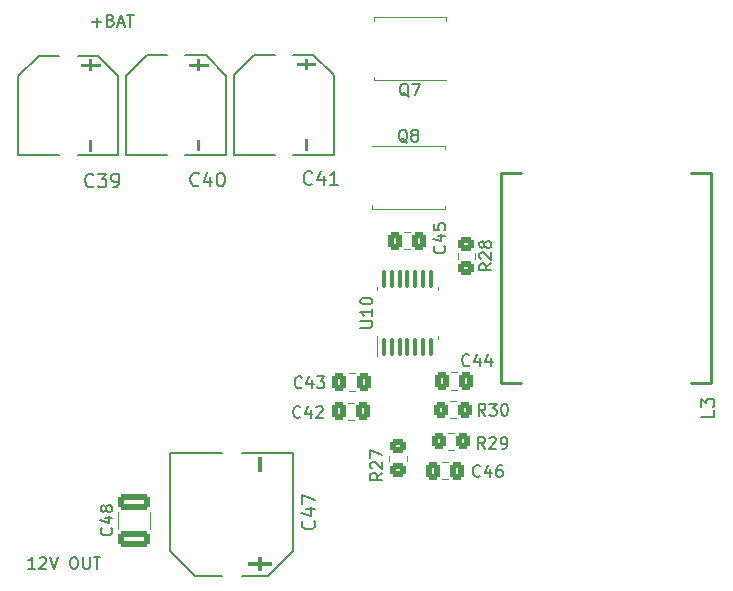
<source format=gto>
G04 #@! TF.GenerationSoftware,KiCad,Pcbnew,(6.0.9)*
G04 #@! TF.CreationDate,2023-05-15T12:17:08+03:00*
G04 #@! TF.ProjectId,mainboard,6d61696e-626f-4617-9264-2e6b69636164,rev?*
G04 #@! TF.SameCoordinates,Original*
G04 #@! TF.FileFunction,Legend,Top*
G04 #@! TF.FilePolarity,Positive*
%FSLAX46Y46*%
G04 Gerber Fmt 4.6, Leading zero omitted, Abs format (unit mm)*
G04 Created by KiCad (PCBNEW (6.0.9)) date 2023-05-15 12:17:08*
%MOMM*%
%LPD*%
G01*
G04 APERTURE LIST*
G04 Aperture macros list*
%AMRoundRect*
0 Rectangle with rounded corners*
0 $1 Rounding radius*
0 $2 $3 $4 $5 $6 $7 $8 $9 X,Y pos of 4 corners*
0 Add a 4 corners polygon primitive as box body*
4,1,4,$2,$3,$4,$5,$6,$7,$8,$9,$2,$3,0*
0 Add four circle primitives for the rounded corners*
1,1,$1+$1,$2,$3*
1,1,$1+$1,$4,$5*
1,1,$1+$1,$6,$7*
1,1,$1+$1,$8,$9*
0 Add four rect primitives between the rounded corners*
20,1,$1+$1,$2,$3,$4,$5,0*
20,1,$1+$1,$4,$5,$6,$7,0*
20,1,$1+$1,$6,$7,$8,$9,0*
20,1,$1+$1,$8,$9,$2,$3,0*%
%AMFreePoly0*
4,1,17,2.675000,1.605000,1.875000,1.605000,1.875000,0.935000,2.675000,0.935000,2.675000,0.335000,1.875000,0.335000,1.875000,-0.335000,2.675000,-0.335000,2.675000,-0.935000,1.875000,-0.935000,1.875000,-1.605000,2.675000,-1.605000,2.675000,-2.205000,-1.875000,-2.205000,-1.875000,2.205000,2.675000,2.205000,2.675000,1.605000,2.675000,1.605000,$1*%
G04 Aperture macros list end*
%ADD10C,0.150000*%
%ADD11C,0.152000*%
%ADD12C,0.120000*%
%ADD13C,0.254000*%
%ADD14RoundRect,0.250000X0.337500X0.475000X-0.337500X0.475000X-0.337500X-0.475000X0.337500X-0.475000X0*%
%ADD15RoundRect,0.250000X1.100000X-0.412500X1.100000X0.412500X-1.100000X0.412500X-1.100000X-0.412500X0*%
%ADD16R,1.260000X3.610000*%
%ADD17R,1.650000X4.500000*%
%ADD18RoundRect,0.250000X-0.337500X-0.475000X0.337500X-0.475000X0.337500X0.475000X-0.337500X0.475000X0*%
%ADD19RoundRect,0.250000X-0.450000X0.350000X-0.450000X-0.350000X0.450000X-0.350000X0.450000X0.350000X0*%
%ADD20R,3.100000X3.000000*%
%ADD21RoundRect,0.100000X0.100000X-0.687500X0.100000X0.687500X-0.100000X0.687500X-0.100000X-0.687500X0*%
%ADD22FreePoly0,180.000000*%
%ADD23R,0.850000X0.500000*%
%ADD24FreePoly0,0.000000*%
%ADD25RoundRect,0.250000X-0.350000X-0.450000X0.350000X-0.450000X0.350000X0.450000X-0.350000X0.450000X0*%
%ADD26RoundRect,0.250000X0.350000X0.450000X-0.350000X0.450000X-0.350000X-0.450000X0.350000X-0.450000X0*%
%ADD27R,14.000000X5.000000*%
G04 APERTURE END LIST*
D10*
X20019970Y-159926486D02*
X19448542Y-159926486D01*
X19734256Y-159926486D02*
X19734256Y-158926486D01*
X19639018Y-159069344D01*
X19543780Y-159164582D01*
X19448542Y-159212201D01*
X20400922Y-159021725D02*
X20448542Y-158974106D01*
X20543780Y-158926486D01*
X20781875Y-158926486D01*
X20877113Y-158974106D01*
X20924732Y-159021725D01*
X20972351Y-159116963D01*
X20972351Y-159212201D01*
X20924732Y-159355058D01*
X20353303Y-159926486D01*
X20972351Y-159926486D01*
X21258065Y-158926486D02*
X21591399Y-159926486D01*
X21924732Y-158926486D01*
X23210446Y-158926486D02*
X23400922Y-158926486D01*
X23496161Y-158974106D01*
X23591399Y-159069344D01*
X23639018Y-159259820D01*
X23639018Y-159593153D01*
X23591399Y-159783629D01*
X23496161Y-159878867D01*
X23400922Y-159926486D01*
X23210446Y-159926486D01*
X23115208Y-159878867D01*
X23019970Y-159783629D01*
X22972351Y-159593153D01*
X22972351Y-159259820D01*
X23019970Y-159069344D01*
X23115208Y-158974106D01*
X23210446Y-158926486D01*
X24067589Y-158926486D02*
X24067589Y-159736010D01*
X24115208Y-159831248D01*
X24162827Y-159878867D01*
X24258065Y-159926486D01*
X24448542Y-159926486D01*
X24543780Y-159878867D01*
X24591399Y-159831248D01*
X24639018Y-159736010D01*
X24639018Y-158926486D01*
X24972351Y-158926486D02*
X25543780Y-158926486D01*
X25258065Y-159926486D02*
X25258065Y-158926486D01*
X24848065Y-113635534D02*
X25609970Y-113635534D01*
X25229018Y-114016486D02*
X25229018Y-113254582D01*
X26419494Y-113492677D02*
X26562351Y-113540296D01*
X26609970Y-113587915D01*
X26657589Y-113683153D01*
X26657589Y-113826010D01*
X26609970Y-113921248D01*
X26562351Y-113968867D01*
X26467113Y-114016486D01*
X26086161Y-114016486D01*
X26086161Y-113016486D01*
X26419494Y-113016486D01*
X26514732Y-113064106D01*
X26562351Y-113111725D01*
X26609970Y-113206963D01*
X26609970Y-113302201D01*
X26562351Y-113397439D01*
X26514732Y-113445058D01*
X26419494Y-113492677D01*
X26086161Y-113492677D01*
X27038542Y-113730772D02*
X27514732Y-113730772D01*
X26943303Y-114016486D02*
X27276637Y-113016486D01*
X27609970Y-114016486D01*
X27800446Y-113016486D02*
X28371875Y-113016486D01*
X28086161Y-114016486D02*
X28086161Y-113016486D01*
X42605684Y-144551248D02*
X42558065Y-144598867D01*
X42415208Y-144646486D01*
X42319970Y-144646486D01*
X42177113Y-144598867D01*
X42081875Y-144503629D01*
X42034256Y-144408391D01*
X41986637Y-144217915D01*
X41986637Y-144075058D01*
X42034256Y-143884582D01*
X42081875Y-143789344D01*
X42177113Y-143694106D01*
X42319970Y-143646486D01*
X42415208Y-143646486D01*
X42558065Y-143694106D01*
X42605684Y-143741725D01*
X43462827Y-143979820D02*
X43462827Y-144646486D01*
X43224732Y-143598867D02*
X42986637Y-144313153D01*
X43605684Y-144313153D01*
X43891399Y-143646486D02*
X44510446Y-143646486D01*
X44177113Y-144027439D01*
X44319970Y-144027439D01*
X44415208Y-144075058D01*
X44462827Y-144122677D01*
X44510446Y-144217915D01*
X44510446Y-144456010D01*
X44462827Y-144551248D01*
X44415208Y-144598867D01*
X44319970Y-144646486D01*
X44034256Y-144646486D01*
X43939018Y-144598867D01*
X43891399Y-144551248D01*
X26465684Y-156455357D02*
X26513303Y-156502976D01*
X26560922Y-156645833D01*
X26560922Y-156741071D01*
X26513303Y-156883928D01*
X26418065Y-156979166D01*
X26322827Y-157026785D01*
X26132351Y-157074404D01*
X25989494Y-157074404D01*
X25799018Y-157026785D01*
X25703780Y-156979166D01*
X25608542Y-156883928D01*
X25560922Y-156741071D01*
X25560922Y-156645833D01*
X25608542Y-156502976D01*
X25656161Y-156455357D01*
X25894256Y-155598214D02*
X26560922Y-155598214D01*
X25513303Y-155836309D02*
X26227589Y-156074404D01*
X26227589Y-155455357D01*
X25989494Y-154931547D02*
X25941875Y-155026785D01*
X25894256Y-155074404D01*
X25799018Y-155122023D01*
X25751399Y-155122023D01*
X25656161Y-155074404D01*
X25608542Y-155026785D01*
X25560922Y-154931547D01*
X25560922Y-154741071D01*
X25608542Y-154645833D01*
X25656161Y-154598214D01*
X25751399Y-154550595D01*
X25799018Y-154550595D01*
X25894256Y-154598214D01*
X25941875Y-154645833D01*
X25989494Y-154741071D01*
X25989494Y-154931547D01*
X26037113Y-155026785D01*
X26084732Y-155074404D01*
X26179970Y-155122023D01*
X26370446Y-155122023D01*
X26465684Y-155074404D01*
X26513303Y-155026785D01*
X26560922Y-154931547D01*
X26560922Y-154741071D01*
X26513303Y-154645833D01*
X26465684Y-154598214D01*
X26370446Y-154550595D01*
X26179970Y-154550595D01*
X26084732Y-154598214D01*
X26037113Y-154645833D01*
X25989494Y-154741071D01*
D11*
X43472627Y-127322320D02*
X43418199Y-127376748D01*
X43254913Y-127431177D01*
X43146056Y-127431177D01*
X42982770Y-127376748D01*
X42873913Y-127267891D01*
X42819484Y-127159034D01*
X42765056Y-126941320D01*
X42765056Y-126778034D01*
X42819484Y-126560320D01*
X42873913Y-126451463D01*
X42982770Y-126342606D01*
X43146056Y-126288177D01*
X43254913Y-126288177D01*
X43418199Y-126342606D01*
X43472627Y-126397034D01*
X44452342Y-126669177D02*
X44452342Y-127431177D01*
X44180199Y-126233748D02*
X43908056Y-127050177D01*
X44615627Y-127050177D01*
X45649770Y-127431177D02*
X44996627Y-127431177D01*
X45323199Y-127431177D02*
X45323199Y-126288177D01*
X45214342Y-126451463D01*
X45105484Y-126560320D01*
X44996627Y-126614748D01*
X43626756Y-155880020D02*
X43681184Y-155934448D01*
X43735613Y-156097734D01*
X43735613Y-156206591D01*
X43681184Y-156369877D01*
X43572327Y-156478734D01*
X43463470Y-156533163D01*
X43245756Y-156587591D01*
X43082470Y-156587591D01*
X42864756Y-156533163D01*
X42755899Y-156478734D01*
X42647042Y-156369877D01*
X42592613Y-156206591D01*
X42592613Y-156097734D01*
X42647042Y-155934448D01*
X42701470Y-155880020D01*
X42973613Y-154900306D02*
X43735613Y-154900306D01*
X42538184Y-155172448D02*
X43354613Y-155444591D01*
X43354613Y-154737020D01*
X42592613Y-154410448D02*
X42592613Y-153648448D01*
X43735613Y-154138306D01*
D10*
X54655684Y-132596963D02*
X54703303Y-132644582D01*
X54750922Y-132787439D01*
X54750922Y-132882677D01*
X54703303Y-133025534D01*
X54608065Y-133120772D01*
X54512827Y-133168391D01*
X54322351Y-133216010D01*
X54179494Y-133216010D01*
X53989018Y-133168391D01*
X53893780Y-133120772D01*
X53798542Y-133025534D01*
X53750922Y-132882677D01*
X53750922Y-132787439D01*
X53798542Y-132644582D01*
X53846161Y-132596963D01*
X54084256Y-131739820D02*
X54750922Y-131739820D01*
X53703303Y-131977915D02*
X54417589Y-132216010D01*
X54417589Y-131596963D01*
X53750922Y-130739820D02*
X53750922Y-131216010D01*
X54227113Y-131263629D01*
X54179494Y-131216010D01*
X54131875Y-131120772D01*
X54131875Y-130882677D01*
X54179494Y-130787439D01*
X54227113Y-130739820D01*
X54322351Y-130692201D01*
X54560446Y-130692201D01*
X54655684Y-130739820D01*
X54703303Y-130787439D01*
X54750922Y-130882677D01*
X54750922Y-131120772D01*
X54703303Y-131216010D01*
X54655684Y-131263629D01*
X58630922Y-134076963D02*
X58154732Y-134410296D01*
X58630922Y-134648391D02*
X57630922Y-134648391D01*
X57630922Y-134267439D01*
X57678542Y-134172201D01*
X57726161Y-134124582D01*
X57821399Y-134076963D01*
X57964256Y-134076963D01*
X58059494Y-134124582D01*
X58107113Y-134172201D01*
X58154732Y-134267439D01*
X58154732Y-134648391D01*
X57726161Y-133696010D02*
X57678542Y-133648391D01*
X57630922Y-133553153D01*
X57630922Y-133315058D01*
X57678542Y-133219820D01*
X57726161Y-133172201D01*
X57821399Y-133124582D01*
X57916637Y-133124582D01*
X58059494Y-133172201D01*
X58630922Y-133743629D01*
X58630922Y-133124582D01*
X58059494Y-132553153D02*
X58011875Y-132648391D01*
X57964256Y-132696010D01*
X57869018Y-132743629D01*
X57821399Y-132743629D01*
X57726161Y-132696010D01*
X57678542Y-132648391D01*
X57630922Y-132553153D01*
X57630922Y-132362677D01*
X57678542Y-132267439D01*
X57726161Y-132219820D01*
X57821399Y-132172201D01*
X57869018Y-132172201D01*
X57964256Y-132219820D01*
X58011875Y-132267439D01*
X58059494Y-132362677D01*
X58059494Y-132553153D01*
X58107113Y-132648391D01*
X58154732Y-132696010D01*
X58249970Y-132743629D01*
X58440446Y-132743629D01*
X58535684Y-132696010D01*
X58583303Y-132648391D01*
X58630922Y-132553153D01*
X58630922Y-132362677D01*
X58583303Y-132267439D01*
X58535684Y-132219820D01*
X58440446Y-132172201D01*
X58249970Y-132172201D01*
X58154732Y-132219820D01*
X58107113Y-132267439D01*
X58059494Y-132362677D01*
D11*
X24952627Y-127512320D02*
X24898199Y-127566748D01*
X24734913Y-127621177D01*
X24626056Y-127621177D01*
X24462770Y-127566748D01*
X24353913Y-127457891D01*
X24299484Y-127349034D01*
X24245056Y-127131320D01*
X24245056Y-126968034D01*
X24299484Y-126750320D01*
X24353913Y-126641463D01*
X24462770Y-126532606D01*
X24626056Y-126478177D01*
X24734913Y-126478177D01*
X24898199Y-126532606D01*
X24952627Y-126587034D01*
X25333627Y-126478177D02*
X26041199Y-126478177D01*
X25660199Y-126913606D01*
X25823484Y-126913606D01*
X25932342Y-126968034D01*
X25986770Y-127022463D01*
X26041199Y-127131320D01*
X26041199Y-127403463D01*
X25986770Y-127512320D01*
X25932342Y-127566748D01*
X25823484Y-127621177D01*
X25496913Y-127621177D01*
X25388056Y-127566748D01*
X25333627Y-127512320D01*
X26585484Y-127621177D02*
X26803199Y-127621177D01*
X26912056Y-127566748D01*
X26966484Y-127512320D01*
X27075342Y-127349034D01*
X27129770Y-127131320D01*
X27129770Y-126695891D01*
X27075342Y-126587034D01*
X27020913Y-126532606D01*
X26912056Y-126478177D01*
X26694342Y-126478177D01*
X26585484Y-126532606D01*
X26531056Y-126587034D01*
X26476627Y-126695891D01*
X26476627Y-126968034D01*
X26531056Y-127076891D01*
X26585484Y-127131320D01*
X26694342Y-127185748D01*
X26912056Y-127185748D01*
X27020913Y-127131320D01*
X27075342Y-127076891D01*
X27129770Y-126968034D01*
D10*
X49400922Y-151796963D02*
X48924732Y-152130296D01*
X49400922Y-152368391D02*
X48400922Y-152368391D01*
X48400922Y-151987439D01*
X48448542Y-151892201D01*
X48496161Y-151844582D01*
X48591399Y-151796963D01*
X48734256Y-151796963D01*
X48829494Y-151844582D01*
X48877113Y-151892201D01*
X48924732Y-151987439D01*
X48924732Y-152368391D01*
X48496161Y-151416010D02*
X48448542Y-151368391D01*
X48400922Y-151273153D01*
X48400922Y-151035058D01*
X48448542Y-150939820D01*
X48496161Y-150892201D01*
X48591399Y-150844582D01*
X48686637Y-150844582D01*
X48829494Y-150892201D01*
X49400922Y-151463629D01*
X49400922Y-150844582D01*
X48400922Y-150511248D02*
X48400922Y-149844582D01*
X49400922Y-150273153D01*
X47540922Y-139502201D02*
X48350446Y-139502201D01*
X48445684Y-139454582D01*
X48493303Y-139406963D01*
X48540922Y-139311725D01*
X48540922Y-139121248D01*
X48493303Y-139026010D01*
X48445684Y-138978391D01*
X48350446Y-138930772D01*
X47540922Y-138930772D01*
X48540922Y-137930772D02*
X48540922Y-138502201D01*
X48540922Y-138216486D02*
X47540922Y-138216486D01*
X47683780Y-138311725D01*
X47779018Y-138406963D01*
X47826637Y-138502201D01*
X47540922Y-137311725D02*
X47540922Y-137216486D01*
X47588542Y-137121248D01*
X47636161Y-137073629D01*
X47731399Y-137026010D01*
X47921875Y-136978391D01*
X48159970Y-136978391D01*
X48350446Y-137026010D01*
X48445684Y-137073629D01*
X48493303Y-137121248D01*
X48540922Y-137216486D01*
X48540922Y-137311725D01*
X48493303Y-137406963D01*
X48445684Y-137454582D01*
X48350446Y-137502201D01*
X48159970Y-137549820D01*
X47921875Y-137549820D01*
X47731399Y-137502201D01*
X47636161Y-137454582D01*
X47588542Y-137406963D01*
X47540922Y-137311725D01*
X56785684Y-142671248D02*
X56738065Y-142718867D01*
X56595208Y-142766486D01*
X56499970Y-142766486D01*
X56357113Y-142718867D01*
X56261875Y-142623629D01*
X56214256Y-142528391D01*
X56166637Y-142337915D01*
X56166637Y-142195058D01*
X56214256Y-142004582D01*
X56261875Y-141909344D01*
X56357113Y-141814106D01*
X56499970Y-141766486D01*
X56595208Y-141766486D01*
X56738065Y-141814106D01*
X56785684Y-141861725D01*
X57642827Y-142099820D02*
X57642827Y-142766486D01*
X57404732Y-141718867D02*
X57166637Y-142433153D01*
X57785684Y-142433153D01*
X58595208Y-142099820D02*
X58595208Y-142766486D01*
X58357113Y-141718867D02*
X58119018Y-142433153D01*
X58738065Y-142433153D01*
D11*
X33872627Y-127422320D02*
X33818199Y-127476748D01*
X33654913Y-127531177D01*
X33546056Y-127531177D01*
X33382770Y-127476748D01*
X33273913Y-127367891D01*
X33219484Y-127259034D01*
X33165056Y-127041320D01*
X33165056Y-126878034D01*
X33219484Y-126660320D01*
X33273913Y-126551463D01*
X33382770Y-126442606D01*
X33546056Y-126388177D01*
X33654913Y-126388177D01*
X33818199Y-126442606D01*
X33872627Y-126497034D01*
X34852342Y-126769177D02*
X34852342Y-127531177D01*
X34580199Y-126333748D02*
X34308056Y-127150177D01*
X35015627Y-127150177D01*
X35668770Y-126388177D02*
X35777627Y-126388177D01*
X35886484Y-126442606D01*
X35940913Y-126497034D01*
X35995342Y-126605891D01*
X36049770Y-126823606D01*
X36049770Y-127095748D01*
X35995342Y-127313463D01*
X35940913Y-127422320D01*
X35886484Y-127476748D01*
X35777627Y-127531177D01*
X35668770Y-127531177D01*
X35559913Y-127476748D01*
X35505484Y-127422320D01*
X35451056Y-127313463D01*
X35396627Y-127095748D01*
X35396627Y-126823606D01*
X35451056Y-126605891D01*
X35505484Y-126497034D01*
X35559913Y-126442606D01*
X35668770Y-126388177D01*
D10*
X51643303Y-119941725D02*
X51548065Y-119894106D01*
X51452827Y-119798867D01*
X51309970Y-119656010D01*
X51214732Y-119608391D01*
X51119494Y-119608391D01*
X51167113Y-119846486D02*
X51071875Y-119798867D01*
X50976637Y-119703629D01*
X50929018Y-119513153D01*
X50929018Y-119179820D01*
X50976637Y-118989344D01*
X51071875Y-118894106D01*
X51167113Y-118846486D01*
X51357589Y-118846486D01*
X51452827Y-118894106D01*
X51548065Y-118989344D01*
X51595684Y-119179820D01*
X51595684Y-119513153D01*
X51548065Y-119703629D01*
X51452827Y-119798867D01*
X51357589Y-119846486D01*
X51167113Y-119846486D01*
X51929018Y-118846486D02*
X52595684Y-118846486D01*
X52167113Y-119846486D01*
X51533303Y-123851725D02*
X51438065Y-123804106D01*
X51342827Y-123708867D01*
X51199970Y-123566010D01*
X51104732Y-123518391D01*
X51009494Y-123518391D01*
X51057113Y-123756486D02*
X50961875Y-123708867D01*
X50866637Y-123613629D01*
X50819018Y-123423153D01*
X50819018Y-123089820D01*
X50866637Y-122899344D01*
X50961875Y-122804106D01*
X51057113Y-122756486D01*
X51247589Y-122756486D01*
X51342827Y-122804106D01*
X51438065Y-122899344D01*
X51485684Y-123089820D01*
X51485684Y-123423153D01*
X51438065Y-123613629D01*
X51342827Y-123708867D01*
X51247589Y-123756486D01*
X51057113Y-123756486D01*
X52057113Y-123185058D02*
X51961875Y-123137439D01*
X51914256Y-123089820D01*
X51866637Y-122994582D01*
X51866637Y-122946963D01*
X51914256Y-122851725D01*
X51961875Y-122804106D01*
X52057113Y-122756486D01*
X52247589Y-122756486D01*
X52342827Y-122804106D01*
X52390446Y-122851725D01*
X52438065Y-122946963D01*
X52438065Y-122994582D01*
X52390446Y-123089820D01*
X52342827Y-123137439D01*
X52247589Y-123185058D01*
X52057113Y-123185058D01*
X51961875Y-123232677D01*
X51914256Y-123280296D01*
X51866637Y-123375534D01*
X51866637Y-123566010D01*
X51914256Y-123661248D01*
X51961875Y-123708867D01*
X52057113Y-123756486D01*
X52247589Y-123756486D01*
X52342827Y-123708867D01*
X52390446Y-123661248D01*
X52438065Y-123566010D01*
X52438065Y-123375534D01*
X52390446Y-123280296D01*
X52342827Y-123232677D01*
X52247589Y-123185058D01*
X58125684Y-146966486D02*
X57792351Y-146490296D01*
X57554256Y-146966486D02*
X57554256Y-145966486D01*
X57935208Y-145966486D01*
X58030446Y-146014106D01*
X58078065Y-146061725D01*
X58125684Y-146156963D01*
X58125684Y-146299820D01*
X58078065Y-146395058D01*
X58030446Y-146442677D01*
X57935208Y-146490296D01*
X57554256Y-146490296D01*
X58459018Y-145966486D02*
X59078065Y-145966486D01*
X58744732Y-146347439D01*
X58887589Y-146347439D01*
X58982827Y-146395058D01*
X59030446Y-146442677D01*
X59078065Y-146537915D01*
X59078065Y-146776010D01*
X59030446Y-146871248D01*
X58982827Y-146918867D01*
X58887589Y-146966486D01*
X58601875Y-146966486D01*
X58506637Y-146918867D01*
X58459018Y-146871248D01*
X59697113Y-145966486D02*
X59792351Y-145966486D01*
X59887589Y-146014106D01*
X59935208Y-146061725D01*
X59982827Y-146156963D01*
X60030446Y-146347439D01*
X60030446Y-146585534D01*
X59982827Y-146776010D01*
X59935208Y-146871248D01*
X59887589Y-146918867D01*
X59792351Y-146966486D01*
X59697113Y-146966486D01*
X59601875Y-146918867D01*
X59554256Y-146871248D01*
X59506637Y-146776010D01*
X59459018Y-146585534D01*
X59459018Y-146347439D01*
X59506637Y-146156963D01*
X59554256Y-146061725D01*
X59601875Y-146014106D01*
X59697113Y-145966486D01*
X57695684Y-152051248D02*
X57648065Y-152098867D01*
X57505208Y-152146486D01*
X57409970Y-152146486D01*
X57267113Y-152098867D01*
X57171875Y-152003629D01*
X57124256Y-151908391D01*
X57076637Y-151717915D01*
X57076637Y-151575058D01*
X57124256Y-151384582D01*
X57171875Y-151289344D01*
X57267113Y-151194106D01*
X57409970Y-151146486D01*
X57505208Y-151146486D01*
X57648065Y-151194106D01*
X57695684Y-151241725D01*
X58552827Y-151479820D02*
X58552827Y-152146486D01*
X58314732Y-151098867D02*
X58076637Y-151813153D01*
X58695684Y-151813153D01*
X59505208Y-151146486D02*
X59314732Y-151146486D01*
X59219494Y-151194106D01*
X59171875Y-151241725D01*
X59076637Y-151384582D01*
X59029018Y-151575058D01*
X59029018Y-151956010D01*
X59076637Y-152051248D01*
X59124256Y-152098867D01*
X59219494Y-152146486D01*
X59409970Y-152146486D01*
X59505208Y-152098867D01*
X59552827Y-152051248D01*
X59600446Y-151956010D01*
X59600446Y-151717915D01*
X59552827Y-151622677D01*
X59505208Y-151575058D01*
X59409970Y-151527439D01*
X59219494Y-151527439D01*
X59124256Y-151575058D01*
X59076637Y-151622677D01*
X59029018Y-151717915D01*
X42475684Y-147071248D02*
X42428065Y-147118867D01*
X42285208Y-147166486D01*
X42189970Y-147166486D01*
X42047113Y-147118867D01*
X41951875Y-147023629D01*
X41904256Y-146928391D01*
X41856637Y-146737915D01*
X41856637Y-146595058D01*
X41904256Y-146404582D01*
X41951875Y-146309344D01*
X42047113Y-146214106D01*
X42189970Y-146166486D01*
X42285208Y-146166486D01*
X42428065Y-146214106D01*
X42475684Y-146261725D01*
X43332827Y-146499820D02*
X43332827Y-147166486D01*
X43094732Y-146118867D02*
X42856637Y-146833153D01*
X43475684Y-146833153D01*
X43809018Y-146261725D02*
X43856637Y-146214106D01*
X43951875Y-146166486D01*
X44189970Y-146166486D01*
X44285208Y-146214106D01*
X44332827Y-146261725D01*
X44380446Y-146356963D01*
X44380446Y-146452201D01*
X44332827Y-146595058D01*
X43761399Y-147166486D01*
X44380446Y-147166486D01*
X58085684Y-149766486D02*
X57752351Y-149290296D01*
X57514256Y-149766486D02*
X57514256Y-148766486D01*
X57895208Y-148766486D01*
X57990446Y-148814106D01*
X58038065Y-148861725D01*
X58085684Y-148956963D01*
X58085684Y-149099820D01*
X58038065Y-149195058D01*
X57990446Y-149242677D01*
X57895208Y-149290296D01*
X57514256Y-149290296D01*
X58466637Y-148861725D02*
X58514256Y-148814106D01*
X58609494Y-148766486D01*
X58847589Y-148766486D01*
X58942827Y-148814106D01*
X58990446Y-148861725D01*
X59038065Y-148956963D01*
X59038065Y-149052201D01*
X58990446Y-149195058D01*
X58419018Y-149766486D01*
X59038065Y-149766486D01*
X59514256Y-149766486D02*
X59704732Y-149766486D01*
X59799970Y-149718867D01*
X59847589Y-149671248D01*
X59942827Y-149528391D01*
X59990446Y-149337915D01*
X59990446Y-148956963D01*
X59942827Y-148861725D01*
X59895208Y-148814106D01*
X59799970Y-148766486D01*
X59609494Y-148766486D01*
X59514256Y-148814106D01*
X59466637Y-148861725D01*
X59419018Y-148956963D01*
X59419018Y-149195058D01*
X59466637Y-149290296D01*
X59514256Y-149337915D01*
X59609494Y-149385534D01*
X59799970Y-149385534D01*
X59895208Y-149337915D01*
X59942827Y-149290296D01*
X59990446Y-149195058D01*
D11*
X77525613Y-146500334D02*
X77525613Y-147044620D01*
X76382613Y-147044620D01*
X76382613Y-146228191D02*
X76382613Y-145520620D01*
X76818042Y-145901620D01*
X76818042Y-145738334D01*
X76872470Y-145629477D01*
X76926899Y-145575048D01*
X77035756Y-145520620D01*
X77307899Y-145520620D01*
X77416756Y-145575048D01*
X77471184Y-145629477D01*
X77525613Y-145738334D01*
X77525613Y-146064906D01*
X77471184Y-146173763D01*
X77416756Y-146228191D01*
D12*
X47069794Y-144859106D02*
X46547290Y-144859106D01*
X47069794Y-143389106D02*
X46547290Y-143389106D01*
X27048542Y-156523752D02*
X27048542Y-155101248D01*
X29768542Y-156523752D02*
X29768542Y-155101248D01*
D11*
X45294542Y-118154106D02*
X43558542Y-116418106D01*
X38578542Y-116418106D02*
X40286542Y-116418106D01*
X41850542Y-124870106D02*
X45294542Y-124870106D01*
X36842542Y-118154106D02*
X38578542Y-116418106D01*
X43558542Y-116418106D02*
X41850542Y-116418106D01*
X45294542Y-124870106D02*
X45294542Y-118154106D01*
X36842542Y-124870106D02*
X36842542Y-118154106D01*
X40286542Y-124870106D02*
X36842542Y-124870106D01*
G36*
X43807542Y-117365106D02*
G01*
X42147542Y-117365106D01*
X42147542Y-117116106D01*
X43807542Y-117116106D01*
X43807542Y-117365106D01*
G37*
G36*
X43101542Y-117739106D02*
G01*
X42852542Y-117739106D01*
X42852542Y-116743106D01*
X43101542Y-116743106D01*
X43101542Y-117739106D01*
G37*
G36*
X43101542Y-124545106D02*
G01*
X42852542Y-124545106D01*
X42852542Y-123549106D01*
X43101542Y-123549106D01*
X43101542Y-124545106D01*
G37*
X41884542Y-150088106D02*
X41884542Y-158404106D01*
X31432542Y-150088106D02*
X31432542Y-158404106D01*
X41884542Y-158404106D02*
X39748542Y-160540106D01*
X39748542Y-160540106D02*
X37510542Y-160540106D01*
X31432542Y-158404106D02*
X33568542Y-160540106D01*
X37510542Y-150088106D02*
X41884542Y-150088106D01*
X35806542Y-150088106D02*
X31432542Y-150088106D01*
X33568542Y-160540106D02*
X35806542Y-160540106D01*
G36*
X39181542Y-160155106D02*
G01*
X38872542Y-160155106D01*
X38872542Y-158919106D01*
X39181542Y-158919106D01*
X39181542Y-160155106D01*
G37*
G36*
X40057542Y-159692106D02*
G01*
X37997542Y-159692106D01*
X37997542Y-159382106D01*
X40057542Y-159382106D01*
X40057542Y-159692106D01*
G37*
G36*
X39181542Y-151709106D02*
G01*
X38872542Y-151709106D01*
X38872542Y-150473106D01*
X39181542Y-150473106D01*
X39181542Y-151709106D01*
G37*
D12*
X51247290Y-131399106D02*
X51769794Y-131399106D01*
X51247290Y-132869106D02*
X51769794Y-132869106D01*
X57263542Y-133207042D02*
X57263542Y-133661170D01*
X55793542Y-133207042D02*
X55793542Y-133661170D01*
D11*
X18592542Y-118219106D02*
X20328542Y-116483106D01*
X27044542Y-118219106D02*
X25308542Y-116483106D01*
X23600542Y-124935106D02*
X27044542Y-124935106D01*
X27044542Y-124935106D02*
X27044542Y-118219106D01*
X25308542Y-116483106D02*
X23600542Y-116483106D01*
X20328542Y-116483106D02*
X22036542Y-116483106D01*
X22036542Y-124935106D02*
X18592542Y-124935106D01*
X18592542Y-124935106D02*
X18592542Y-118219106D01*
G36*
X25557542Y-117430106D02*
G01*
X23897542Y-117430106D01*
X23897542Y-117181106D01*
X25557542Y-117181106D01*
X25557542Y-117430106D01*
G37*
G36*
X24851542Y-117804106D02*
G01*
X24602542Y-117804106D01*
X24602542Y-116808106D01*
X24851542Y-116808106D01*
X24851542Y-117804106D01*
G37*
G36*
X24851542Y-124610106D02*
G01*
X24602542Y-124610106D01*
X24602542Y-123614106D01*
X24851542Y-123614106D01*
X24851542Y-124610106D01*
G37*
D12*
X49993542Y-150337042D02*
X49993542Y-150791170D01*
X51463542Y-150337042D02*
X51463542Y-150791170D01*
X54148542Y-136328522D02*
X54148542Y-136064106D01*
X48928542Y-140199690D02*
X48928542Y-141914106D01*
X48928542Y-136328522D02*
X48928542Y-136064106D01*
X54148542Y-140199690D02*
X54148542Y-140464106D01*
X55217290Y-144749106D02*
X55739794Y-144749106D01*
X55217290Y-143279106D02*
X55739794Y-143279106D01*
D11*
X34448542Y-116458106D02*
X32740542Y-116458106D01*
X36184542Y-118194106D02*
X34448542Y-116458106D01*
X31176542Y-124910106D02*
X27732542Y-124910106D01*
X32740542Y-124910106D02*
X36184542Y-124910106D01*
X27732542Y-124910106D02*
X27732542Y-118194106D01*
X36184542Y-124910106D02*
X36184542Y-118194106D01*
X29468542Y-116458106D02*
X31176542Y-116458106D01*
X27732542Y-118194106D02*
X29468542Y-116458106D01*
G36*
X34697542Y-117405106D02*
G01*
X33037542Y-117405106D01*
X33037542Y-117156106D01*
X34697542Y-117156106D01*
X34697542Y-117405106D01*
G37*
G36*
X33991542Y-124585106D02*
G01*
X33742542Y-124585106D01*
X33742542Y-123589106D01*
X33991542Y-123589106D01*
X33991542Y-124585106D01*
G37*
G36*
X33991542Y-117779106D02*
G01*
X33742542Y-117779106D01*
X33742542Y-116783106D01*
X33991542Y-116783106D01*
X33991542Y-117779106D01*
G37*
D12*
X48678542Y-118579106D02*
X54798542Y-118579106D01*
X54798542Y-113559106D02*
X54798542Y-113209106D01*
X48678542Y-113509106D02*
X48678542Y-113209106D01*
X48678542Y-118279106D02*
X48678542Y-118579106D01*
X48678542Y-113209106D02*
X54798542Y-113209106D01*
X48568542Y-129139106D02*
X48568542Y-129489106D01*
X54688542Y-124419106D02*
X54688542Y-124119106D01*
X54688542Y-129189106D02*
X54688542Y-129489106D01*
X54688542Y-129489106D02*
X48568542Y-129489106D01*
X54688542Y-124119106D02*
X48568542Y-124119106D01*
X55151478Y-145709106D02*
X55605606Y-145709106D01*
X55151478Y-147179106D02*
X55605606Y-147179106D01*
X54989794Y-152359106D02*
X54467290Y-152359106D01*
X54989794Y-150889106D02*
X54467290Y-150889106D01*
X46999794Y-145869106D02*
X46477290Y-145869106D01*
X46999794Y-147339106D02*
X46477290Y-147339106D01*
X55455606Y-148409106D02*
X55001478Y-148409106D01*
X55455606Y-149879106D02*
X55001478Y-149879106D01*
D13*
X59458542Y-126434106D02*
X59458542Y-144214106D01*
X75579542Y-144214106D02*
X77238542Y-144214106D01*
X75968542Y-126434106D02*
X75579542Y-126434106D01*
X77238542Y-126434106D02*
X75968542Y-126434106D01*
X59458542Y-144214106D02*
X61117542Y-144214106D01*
X61117542Y-126434106D02*
X59458542Y-126434106D01*
X77238542Y-144214106D02*
X77238542Y-126434106D01*
%LPC*%
D14*
X47846042Y-144124106D03*
X45771042Y-144124106D03*
D15*
X28408542Y-157375000D03*
X28408542Y-154250000D03*
D16*
X41068542Y-117349106D03*
X41068542Y-123939106D03*
D17*
X36658542Y-159814106D03*
X36658542Y-150814106D03*
D18*
X50471042Y-132134106D03*
X52546042Y-132134106D03*
D19*
X56528542Y-132434106D03*
X56528542Y-134434106D03*
D16*
X22818542Y-117414106D03*
X22818542Y-124004106D03*
D19*
X50728542Y-149564106D03*
X50728542Y-151564106D03*
D20*
X51538542Y-138264106D03*
D21*
X49588542Y-141126606D03*
X50238542Y-141126606D03*
X50888542Y-141126606D03*
X51538542Y-141126606D03*
X52188542Y-141126606D03*
X52838542Y-141126606D03*
X53488542Y-141126606D03*
X53488542Y-135401606D03*
X52838542Y-135401606D03*
X52188542Y-135401606D03*
X51538542Y-135401606D03*
X50888542Y-135401606D03*
X50238542Y-135401606D03*
X49588542Y-135401606D03*
D18*
X54441042Y-144014106D03*
X56516042Y-144014106D03*
D16*
X31958542Y-117389106D03*
X31958542Y-123979106D03*
D22*
X51088542Y-115894106D03*
D23*
X54638542Y-117799106D03*
X54638542Y-116529106D03*
X54638542Y-115259106D03*
X54638542Y-113989106D03*
D24*
X52278542Y-126804106D03*
D23*
X48728542Y-124899106D03*
X48728542Y-126169106D03*
X48728542Y-127439106D03*
X48728542Y-128709106D03*
D25*
X54378542Y-146444106D03*
X56378542Y-146444106D03*
D14*
X55766042Y-151624106D03*
X53691042Y-151624106D03*
X47776042Y-146604106D03*
X45701042Y-146604106D03*
D26*
X56228542Y-149144106D03*
X54228542Y-149144106D03*
D27*
X68348542Y-127024106D03*
X68348542Y-143624106D03*
M02*

</source>
